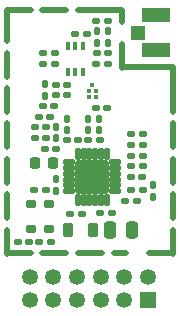
<source format=gbr>
%TF.GenerationSoftware,KiCad,Pcbnew,9.0.4-9.0.4-0~ubuntu22.04.1*%
%TF.CreationDate,2025-08-28T19:05:07+08:00*%
%TF.ProjectId,LoRa-TW,4c6f5261-2d54-4572-9e6b-696361645f70,0.1*%
%TF.SameCoordinates,Original*%
%TF.FileFunction,Soldermask,Top*%
%TF.FilePolarity,Negative*%
%FSLAX46Y46*%
G04 Gerber Fmt 4.6, Leading zero omitted, Abs format (unit mm)*
G04 Created by KiCad (PCBNEW 9.0.4-9.0.4-0~ubuntu22.04.1) date 2025-08-28 19:05:07*
%MOMM*%
%LPD*%
G01*
G04 APERTURE LIST*
G04 Aperture macros list*
%AMRoundRect*
0 Rectangle with rounded corners*
0 $1 Rounding radius*
0 $2 $3 $4 $5 $6 $7 $8 $9 X,Y pos of 4 corners*
0 Add a 4 corners polygon primitive as box body*
4,1,4,$2,$3,$4,$5,$6,$7,$8,$9,$2,$3,0*
0 Add four circle primitives for the rounded corners*
1,1,$1+$1,$2,$3*
1,1,$1+$1,$4,$5*
1,1,$1+$1,$6,$7*
1,1,$1+$1,$8,$9*
0 Add four rect primitives between the rounded corners*
20,1,$1+$1,$2,$3,$4,$5,0*
20,1,$1+$1,$4,$5,$6,$7,0*
20,1,$1+$1,$6,$7,$8,$9,0*
20,1,$1+$1,$8,$9,$2,$3,0*%
G04 Aperture macros list end*
%ADD10RoundRect,0.135000X0.165000X0.135000X-0.165000X0.135000X-0.165000X-0.135000X0.165000X-0.135000X0*%
%ADD11R,0.381000X0.304800*%
%ADD12RoundRect,0.218750X-0.218750X-0.381250X0.218750X-0.381250X0.218750X0.381250X-0.218750X0.381250X0*%
%ADD13RoundRect,0.135000X-0.135000X0.175000X-0.135000X-0.175000X0.135000X-0.175000X0.135000X0.175000X0*%
%ADD14RoundRect,0.135000X-0.175000X-0.135000X0.175000X-0.135000X0.175000X0.135000X-0.175000X0.135000X0*%
%ADD15R,0.355600X0.787400*%
%ADD16RoundRect,0.210000X0.215000X0.140000X-0.215000X0.140000X-0.215000X-0.140000X0.215000X-0.140000X0*%
%ADD17RoundRect,0.135000X0.175000X0.135000X-0.175000X0.135000X-0.175000X-0.135000X0.175000X-0.135000X0*%
%ADD18RoundRect,0.135000X0.135000X-0.165000X0.135000X0.165000X-0.135000X0.165000X-0.135000X-0.165000X0*%
%ADD19RoundRect,0.135000X-0.165000X-0.135000X0.165000X-0.135000X0.165000X0.135000X-0.165000X0.135000X0*%
%ADD20RoundRect,0.135000X0.135000X-0.175000X0.135000X0.175000X-0.135000X0.175000X-0.135000X-0.175000X0*%
%ADD21RoundRect,0.225000X0.225000X0.250000X-0.225000X0.250000X-0.225000X-0.250000X0.225000X-0.250000X0*%
%ADD22RoundRect,0.250000X0.250000X0.475000X-0.250000X0.475000X-0.250000X-0.475000X0.250000X-0.475000X0*%
%ADD23RoundRect,0.102000X-0.420000X-0.130000X0.420000X-0.130000X0.420000X0.130000X-0.420000X0.130000X0*%
%ADD24RoundRect,0.102000X-0.130000X-0.420000X0.130000X-0.420000X0.130000X0.420000X-0.130000X0.420000X0*%
%ADD25RoundRect,0.102000X-1.300000X-1.300000X1.300000X-1.300000X1.300000X1.300000X-1.300000X1.300000X0*%
%ADD26RoundRect,0.102000X-0.525000X0.500000X-0.525000X-0.500000X0.525000X-0.500000X0.525000X0.500000X0*%
%ADD27RoundRect,0.102000X-1.100000X0.525000X-1.100000X-0.525000X1.100000X-0.525000X1.100000X0.525000X0*%
%ADD28RoundRect,0.250000X0.000010X-1.000000X0.000010X1.000000X-0.000010X1.000000X-0.000010X-1.000000X0*%
%ADD29RoundRect,0.250000X-1.000000X-0.000010X1.000000X-0.000010X1.000000X0.000010X-1.000000X0.000010X0*%
%ADD30RoundRect,0.250000X-0.500000X-0.000010X0.500000X-0.000010X0.500000X0.000010X-0.500000X0.000010X0*%
%ADD31RoundRect,0.250000X-0.000010X0.500000X-0.000010X-0.500000X0.000010X-0.500000X0.000010X0.500000X0*%
%ADD32RoundRect,0.250000X-0.000010X1.000000X-0.000010X-1.000000X0.000010X-1.000000X0.000010X1.000000X0*%
%ADD33R,1.350000X1.350000*%
%ADD34C,1.350000*%
G04 APERTURE END LIST*
D10*
%TO.C,R7*%
X159030000Y-101400000D03*
X158010000Y-101400000D03*
%TD*%
D11*
%TO.C,FL1*%
X154780000Y-94540124D03*
X154492500Y-95040250D03*
X154492500Y-95540125D03*
X155067500Y-95540125D03*
X155067500Y-95040250D03*
%TD*%
D12*
%TO.C,L7*%
X152677500Y-106770000D03*
X154802500Y-106770000D03*
%TD*%
D13*
%TO.C,C3*%
X155340000Y-97370000D03*
X155340000Y-98330000D03*
%TD*%
D14*
%TO.C,L5*%
X151665000Y-95385000D03*
X152635000Y-95385000D03*
%TD*%
D10*
%TO.C,R9*%
X159030000Y-103430000D03*
X158010000Y-103430000D03*
%TD*%
D15*
%TO.C,S1*%
X152690001Y-93386800D03*
X153340000Y-93386800D03*
X153989999Y-93386800D03*
X153989999Y-91253200D03*
X153340000Y-91253200D03*
X152690001Y-91253200D03*
%TD*%
D13*
%TO.C,L3*%
X151730000Y-98055000D03*
X151730000Y-99025000D03*
%TD*%
D14*
%TO.C,C14*%
X151675000Y-94485000D03*
X152635000Y-94485000D03*
%TD*%
D16*
%TO.C,X1*%
X151110000Y-106668200D03*
X151110000Y-104560000D03*
X149586000Y-104560000D03*
X149586000Y-106668200D03*
%TD*%
D17*
%TO.C,L4*%
X150865000Y-98085000D03*
X149895000Y-98085000D03*
%TD*%
D18*
%TO.C,R1*%
X151720000Y-103460000D03*
X151720000Y-102440000D03*
%TD*%
D19*
%TO.C,FB1*%
X150240000Y-107840000D03*
X151260000Y-107840000D03*
%TD*%
D17*
%TO.C,C18*%
X153860000Y-105460000D03*
X152900000Y-105460000D03*
%TD*%
D20*
%TO.C,C16*%
X155180000Y-90920000D03*
X155180000Y-89960000D03*
%TD*%
D13*
%TO.C,C11*%
X152640000Y-97360000D03*
X152640000Y-98320000D03*
%TD*%
D14*
%TO.C,C8*%
X150780000Y-99960000D03*
X151740000Y-99960000D03*
%TD*%
D17*
%TO.C,C13*%
X151530000Y-96285000D03*
X150570000Y-96285000D03*
%TD*%
%TO.C,C5*%
X156050000Y-96490000D03*
X155090000Y-96490000D03*
%TD*%
D21*
%TO.C,C21*%
X151455000Y-101140000D03*
X149905000Y-101140000D03*
%TD*%
D10*
%TO.C,R5*%
X159040000Y-99590000D03*
X158020000Y-99590000D03*
%TD*%
D14*
%TO.C,C7*%
X150620000Y-91800000D03*
X151580000Y-91800000D03*
%TD*%
D19*
%TO.C,R10*%
X157500000Y-104360000D03*
X158520000Y-104360000D03*
%TD*%
D22*
%TO.C,C20*%
X158140000Y-106770000D03*
X156240000Y-106770000D03*
%TD*%
D10*
%TO.C,R2*%
X156130000Y-92730000D03*
X155110000Y-92730000D03*
%TD*%
D23*
%TO.C,U1*%
X152837500Y-101020125D03*
X152837500Y-101520125D03*
X152837500Y-102020125D03*
X152837500Y-102520125D03*
X152837500Y-103020125D03*
X152837500Y-103520125D03*
D24*
X153532500Y-104215125D03*
X154032500Y-104215125D03*
X154532500Y-104215125D03*
X155032500Y-104215125D03*
X155532500Y-104215125D03*
X156032500Y-104215125D03*
D23*
X156727500Y-103520125D03*
X156727500Y-103020125D03*
X156727500Y-102520125D03*
X156727500Y-102020125D03*
X156727500Y-101520125D03*
X156727500Y-101020125D03*
D24*
X156032500Y-100325125D03*
X155532500Y-100325125D03*
X155032500Y-100325125D03*
X154532500Y-100325125D03*
X154032500Y-100325125D03*
X153532500Y-100325125D03*
D25*
X154782500Y-102270125D03*
%TD*%
D17*
%TO.C,C6*%
X156090000Y-91800000D03*
X155130000Y-91800000D03*
%TD*%
D14*
%TO.C,C1*%
X149860000Y-103390000D03*
X150820000Y-103390000D03*
%TD*%
D13*
%TO.C,C12*%
X150740000Y-94455000D03*
X150740000Y-95415000D03*
%TD*%
D10*
%TO.C,R4*%
X159040000Y-98690000D03*
X158020000Y-98690000D03*
%TD*%
D20*
%TO.C,C17*%
X156080000Y-90920000D03*
X156080000Y-89960000D03*
%TD*%
D14*
%TO.C,C19*%
X155460000Y-105340000D03*
X156420000Y-105340000D03*
%TD*%
%TO.C,L6*%
X155125000Y-89080000D03*
X156095000Y-89080000D03*
%TD*%
%TO.C,C23*%
X158040000Y-102300000D03*
X159000000Y-102300000D03*
%TD*%
D19*
%TO.C,R3*%
X150570000Y-92730000D03*
X151590000Y-92730000D03*
%TD*%
D26*
%TO.C,J1*%
X158645000Y-90080000D03*
D27*
X160170000Y-91555000D03*
X160170000Y-88605000D03*
%TD*%
D17*
%TO.C,L1*%
X155395000Y-99210000D03*
X154425000Y-99210000D03*
%TD*%
%TO.C,L2*%
X153565000Y-99200000D03*
X152595000Y-99200000D03*
%TD*%
D14*
%TO.C,C10*%
X150240000Y-97185000D03*
X151200000Y-97185000D03*
%TD*%
D13*
%TO.C,C4*%
X154440000Y-97370000D03*
X154440000Y-98330000D03*
%TD*%
D17*
%TO.C,C15*%
X154290000Y-90160000D03*
X153330000Y-90160000D03*
%TD*%
D14*
%TO.C,C2*%
X148440000Y-107820000D03*
X149400000Y-107820000D03*
%TD*%
%TO.C,C9*%
X149900000Y-98985000D03*
X150860000Y-98985000D03*
%TD*%
D28*
%TO.C,J3*%
X147570000Y-89180000D03*
X147570000Y-89780000D03*
X147570000Y-92780000D03*
X147570000Y-95780000D03*
X147570000Y-98780000D03*
X147570000Y-101780000D03*
X147570000Y-104780000D03*
X147570000Y-107780000D03*
D29*
X148570000Y-88180000D03*
X148570000Y-108780000D03*
X151570000Y-88180000D03*
X151570000Y-108780000D03*
X154570000Y-88180000D03*
X154570000Y-108780000D03*
X156270000Y-88180000D03*
D30*
X157120000Y-108780000D03*
D31*
X157270000Y-88680000D03*
D32*
X157270000Y-92030000D03*
D29*
X158270000Y-93030000D03*
X159420000Y-93030000D03*
X160570000Y-93030000D03*
X160570000Y-108780000D03*
D32*
X161570000Y-94030000D03*
X161570000Y-95780000D03*
X161570000Y-98780000D03*
X161570000Y-101780000D03*
X161570000Y-104780000D03*
X161570000Y-107780000D03*
%TD*%
D10*
%TO.C,R6*%
X159040000Y-100490000D03*
X158020000Y-100490000D03*
%TD*%
D18*
%TO.C,R8*%
X159880000Y-104020000D03*
X159880000Y-103000000D03*
%TD*%
D33*
%TO.C,J2*%
X159480000Y-112760000D03*
D34*
X159480000Y-110760000D03*
X157480000Y-112760000D03*
X157480000Y-110760000D03*
X155480000Y-112760000D03*
X155480000Y-110760000D03*
X153480000Y-112760000D03*
X153480000Y-110760000D03*
X151480000Y-112760000D03*
X151480000Y-110760000D03*
X149480000Y-112760000D03*
X149480000Y-110760000D03*
%TD*%
M02*

</source>
